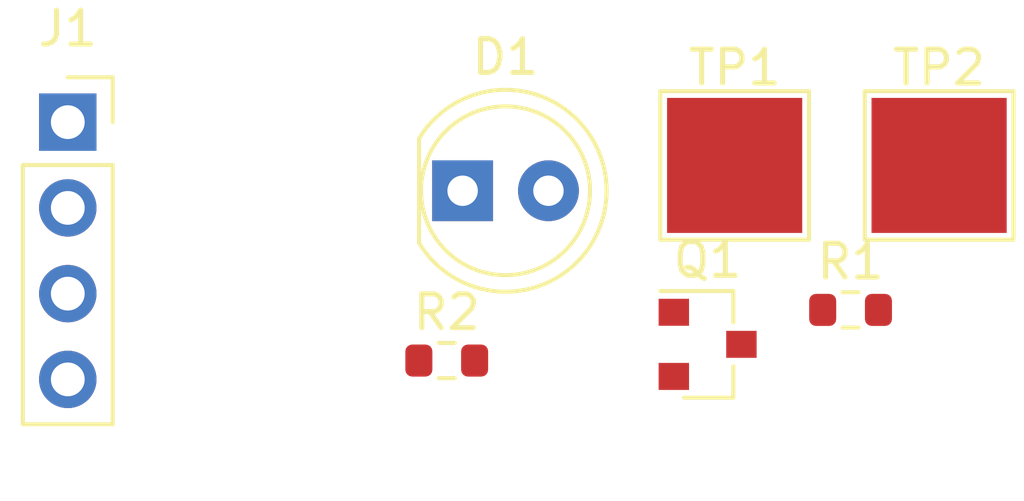
<source format=kicad_pcb>
(kicad_pcb (version 20210722) (generator pcbnew)
  (layers (0 "F.Cu" signal) (31 "B.Cu" signal) (34 "B.Paste" user) (35 "F.Paste" user) (36 "B.SilkS" user "B.Silkscreen") (37 "F.SilkS" user "F.Silkscreen") (38 "B.Mask" user) (39 "F.Mask" user) (44 "Edge.Cuts" user))
  (net 0 "")
  (net 1 "Net-(D1-Pad1)")
  (net 2 "Net-(D1-Pad2)")
  (net 3 "GND")
  (net 4 "Net-(Q1-Pad2)")
  (net 5 "+3V3")
  (net 6 "Net-(R1-Pad2)")
  (footprint "Package_TO_SOT_SMD:SOT-23" (layer "F.Cu") (at 133.742 102.086)
    (fp_text reference "Q1" (at 0 -2.5) (layer "F.SilkS"))
    (fp_text value "SS8050")
    (fp_line (start 0.76 -1.58) (end 0.76 -0.65) (layer "F.SilkS") (width 0.12))
    (fp_line (start 0.76 1.58) (end 0.76 0.65) (layer "F.SilkS") (width 0.12))
    (fp_line (start 0.76 1.58) (end -0.7 1.58) (layer "F.SilkS") (width 0.12))
    (fp_line (start 0.76 -1.58) (end -1.4 -1.58) (layer "F.SilkS") (width 0.12))
    (pad "1" smd rect locked (at -1 -0.95) (size 0.9 0.8) (layers "F.Cu" "F.Paste" "F.Mask"))
    (pad "2" smd rect locked (at -1 0.95) (size 0.9 0.8) (layers "F.Cu" "F.Paste" "F.Mask") (net 4 "Net-(Q1-Pad2)"))
    (pad "3" smd rect locked (at 1 0) (size 0.9 0.8) (layers "F.Cu" "F.Paste" "F.Mask") (net 1 "Net-(D1-Pad1)"))
  )
  (footprint "TestPoint:TestPoint_Pad_4.0x4.0mm" (layer "F.Cu") (at 134.542 96.786)
    (fp_text reference "TP1" (at 0 -2.898) (layer "F.SilkS"))
    (fp_text value "Wire b")
    (fp_line (start -2.2 2.2) (end -2.2 -2.2) (layer "F.SilkS") (width 0.12))
    (fp_line (start 2.2 2.2) (end -2.2 2.2) (layer "F.SilkS") (width 0.12))
    (fp_line (start 2.2 -2.2) (end 2.2 2.2) (layer "F.SilkS") (width 0.12))
    (fp_line (start -2.2 -2.2) (end 2.2 -2.2) (layer "F.SilkS") (width 0.12))
    (pad "1" smd rect locked (at 0 0) (size 4 4) (layers "F.Cu" "F.Mask") (net 6 "Net-(R1-Pad2)"))
  )
  (footprint "TestPoint:TestPoint_Pad_4.0x4.0mm" (layer "F.Cu") (at 140.592 96.786)
    (fp_text reference "TP2" (at 0 -2.898) (layer "F.SilkS"))
    (fp_text value "Wire a")
    (fp_line (start 2.2 2.2) (end -2.2 2.2) (layer "F.SilkS") (width 0.12))
    (fp_line (start -2.2 -2.2) (end 2.2 -2.2) (layer "F.SilkS") (width 0.12))
    (fp_line (start -2.2 2.2) (end -2.2 -2.2) (layer "F.SilkS") (width 0.12))
    (fp_line (start 2.2 -2.2) (end 2.2 2.2) (layer "F.SilkS") (width 0.12))
    (pad "1" smd rect locked (at 0 0) (size 4 4) (layers "F.Cu" "F.Mask") (net 4 "Net-(Q1-Pad2)"))
  )
  (footprint "LED_THT:LED_D5.0mm" (layer "F.Cu") (at 126.492 97.536)
    (fp_text reference "D1" (at 1.27 -3.96) (layer "F.SilkS"))
    (fp_text value "Red 5mm")
    (fp_line (start -1.29 -1.545) (end -1.29 1.545) (layer "F.SilkS") (width 0.12))
    (fp_arc (start 1.27 0) (end -1.29 1.54483) (angle -148.9) (layer "F.SilkS") (width 0.12))
    (fp_arc (start 1.27 0) (end -1.29 -1.54483) (angle 148.9) (layer "F.SilkS") (width 0.12))
    (fp_circle (center 1.27 0) (end 3.77 0) (layer "F.SilkS") (width 0.12) (fill none))
    (pad "1" thru_hole rect locked (at 0 0) (size 1.8 1.8) (drill 0.9) (layers *.Cu *.Mask) (net 1 "Net-(D1-Pad1)"))
    (pad "2" thru_hole circle locked (at 2.54 0) (size 1.8 1.8) (drill 0.9) (layers *.Cu *.Mask) (net 2 "Net-(D1-Pad2)"))
  )
  (footprint "Connector_PinSocket_2.54mm:PinSocket_1x04_P2.54mm_Vertical" (layer "F.Cu") (at 114.808 95.504)
    (fp_text reference "J1" (at 0 -2.77) (layer "F.SilkS"))
    (fp_text value "Input")
    (fp_line (start 0 -1.33) (end 1.33 -1.33) (layer "F.SilkS") (width 0.12))
    (fp_line (start -1.33 8.95) (end 1.33 8.95) (layer "F.SilkS") (width 0.12))
    (fp_line (start 1.33 -1.33) (end 1.33 0) (layer "F.SilkS") (width 0.12))
    (fp_line (start 1.33 1.27) (end 1.33 8.95) (layer "F.SilkS") (width 0.12))
    (fp_line (start -1.33 1.27) (end 1.33 1.27) (layer "F.SilkS") (width 0.12))
    (fp_line (start -1.33 1.27) (end -1.33 8.95) (layer "F.SilkS") (width 0.12))
    (pad "1" thru_hole rect locked (at 0 0) (size 1.7 1.7) (drill 1) (layers *.Cu *.Mask) (net 5 "+3V3"))
    (pad "2" thru_hole oval locked (at 0 2.54) (size 1.7 1.7) (drill 1) (layers *.Cu *.Mask) (net 5 "+3V3"))
    (pad "3" thru_hole oval locked (at 0 5.08) (size 1.7 1.7) (drill 1) (layers *.Cu *.Mask) (net 3 "GND"))
    (pad "4" thru_hole oval locked (at 0 7.62) (size 1.7 1.7) (drill 1) (layers *.Cu *.Mask) (net 3 "GND"))
  )
  (footprint "Resistor_SMD:R_0603_1608Metric" (layer "F.Cu") (at 126.022 102.566)
    (fp_text reference "R2" (at 0 -1.43) (layer "F.SilkS"))
    (fp_text value "R_Small")
    (fp_line (start -0.237258 -0.5225) (end 0.237258 -0.5225) (layer "F.SilkS") (width 0.12))
    (fp_line (start -0.237258 0.5225) (end 0.237258 0.5225) (layer "F.SilkS") (width 0.12))
    (pad "1" smd roundrect locked (at -0.825 0) (size 0.8 0.95) (layers "F.Cu" "F.Paste" "F.Mask") (net 5 "+3V3"))
    (pad "2" smd roundrect locked (at 0.825 0) (size 0.8 0.95) (layers "F.Cu" "F.Paste" "F.Mask") (net 2 "Net-(D1-Pad2)"))
  )
  (footprint "Resistor_SMD:R_0603_1608Metric" (layer "F.Cu") (at 137.972 101.066)
    (fp_text reference "R1" (at 0 -1.43) (layer "F.SilkS"))
    (fp_text value "R_Small")
    (fp_line (start -0.237258 -0.5225) (end 0.237258 -0.5225) (layer "F.SilkS") (width 0.12))
    (fp_line (start -0.237258 0.5225) (end 0.237258 0.5225) (layer "F.SilkS") (width 0.12))
    (pad "1" smd roundrect locked (at -0.825 0) (size 0.8 0.95) (layers "F.Cu" "F.Paste" "F.Mask") (net 5 "+3V3"))
    (pad "2" smd roundrect locked (at 0.825 0) (size 0.8 0.95) (layers "F.Cu" "F.Paste" "F.Mask") (net 6 "Net-(R1-Pad2)"))
  )
)
</source>
